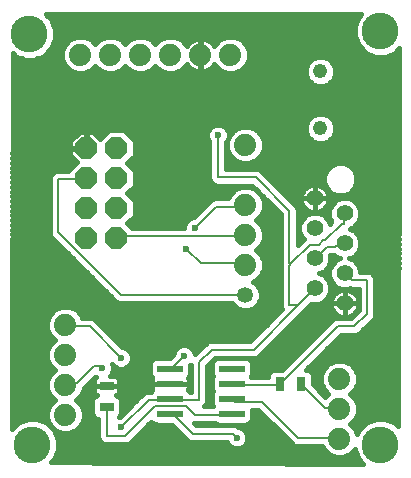
<source format=gbl>
G75*
%MOIN*%
%OFA0B0*%
%FSLAX24Y24*%
%IPPOS*%
%LPD*%
%AMOC8*
5,1,8,0,0,1.08239X$1,22.5*
%
%ADD10R,0.0870X0.0240*%
%ADD11C,0.0480*%
%ADD12R,0.0472X0.0315*%
%ADD13R,0.0315X0.0472*%
%ADD14C,0.0740*%
%ADD15C,0.0531*%
%ADD16OC8,0.0740*%
%ADD17C,0.0560*%
%ADD18C,0.0079*%
%ADD19C,0.0236*%
%ADD20C,0.0160*%
%ADD21C,0.1227*%
D10*
X009680Y006865D03*
X009680Y007365D03*
X009680Y007865D03*
X009680Y008365D03*
X011740Y008365D03*
X011740Y007865D03*
X011740Y007365D03*
X011740Y006865D03*
D11*
X014690Y016375D03*
X014690Y018275D03*
D12*
X007560Y007799D03*
X007560Y007091D03*
D13*
X013325Y007855D03*
X014034Y007855D03*
D14*
X015320Y008025D03*
X015320Y007025D03*
X015320Y006025D03*
X012190Y011825D03*
X012190Y012825D03*
X012190Y013825D03*
X012190Y015825D03*
X011690Y018825D03*
X010690Y018825D03*
X009690Y018825D03*
X008690Y018825D03*
X007690Y018825D03*
X006690Y018825D03*
X006190Y009825D03*
X006190Y008825D03*
X006190Y007825D03*
X006190Y006825D03*
D15*
X012190Y010825D03*
D16*
X007890Y012715D03*
X007890Y013715D03*
X007890Y014715D03*
X007890Y015715D03*
X006890Y015715D03*
X006890Y014715D03*
X006890Y013715D03*
X006890Y012715D03*
D17*
X014500Y013045D03*
X014500Y014045D03*
X015500Y013545D03*
X015500Y012545D03*
X015500Y011545D03*
X015500Y010545D03*
X014500Y011045D03*
X014500Y012045D03*
D18*
X014560Y012085D01*
X014910Y012435D01*
X015190Y012435D01*
X015260Y012505D01*
X015470Y012505D01*
X015500Y012545D01*
X015470Y013205D02*
X015400Y013205D01*
X014840Y012645D01*
X014770Y012645D01*
X014630Y012505D01*
X014350Y012505D01*
X013720Y011875D01*
X013650Y011875D01*
X013650Y013625D01*
X012530Y014745D01*
X011270Y014745D01*
X011270Y016145D01*
X011200Y013765D02*
X012180Y013765D01*
X012190Y013825D01*
X012190Y012825D02*
X012180Y012785D01*
X007980Y012785D01*
X007910Y012715D01*
X007890Y012715D01*
X008050Y010825D02*
X005950Y012925D01*
X005950Y014675D01*
X006860Y014675D01*
X006890Y014715D01*
X008050Y010825D02*
X012190Y010825D01*
X012190Y011825D02*
X012180Y011875D01*
X010710Y011875D01*
X010220Y012365D01*
X010500Y013065D02*
X011200Y013765D01*
X013650Y011805D02*
X013650Y010475D01*
X013930Y010475D01*
X014500Y011045D01*
X013930Y010475D02*
X012460Y009005D01*
X011060Y009005D01*
X010640Y008585D01*
X010640Y007325D01*
X009730Y007325D01*
X009680Y007365D01*
X009660Y007325D01*
X008960Y007325D01*
X008050Y006415D01*
X008190Y006135D02*
X009170Y007115D01*
X010220Y007115D01*
X010500Y006835D01*
X011690Y006835D01*
X011740Y006865D01*
X011830Y007255D02*
X011760Y007325D01*
X011740Y007365D01*
X011830Y007255D02*
X012740Y007255D01*
X013930Y006065D01*
X015260Y006065D01*
X015320Y006025D01*
X015320Y007025D02*
X015260Y007045D01*
X014840Y007045D01*
X014070Y007815D01*
X014034Y007855D01*
X013370Y007885D02*
X013325Y007855D01*
X013300Y007815D01*
X011760Y007815D01*
X011740Y007865D01*
X011760Y006205D02*
X010430Y006205D01*
X009800Y006835D01*
X009730Y006835D01*
X009680Y006865D01*
X009680Y008365D02*
X009730Y008375D01*
X010150Y008795D01*
X008050Y008725D02*
X007000Y009775D01*
X006230Y009775D01*
X006190Y009825D01*
X007140Y008445D02*
X006580Y007885D01*
X006230Y007885D01*
X006190Y007825D01*
X007140Y008445D02*
X007350Y008445D01*
X007420Y008375D01*
X007560Y007091D02*
X007560Y006135D01*
X008190Y006135D01*
X011760Y006205D02*
X011900Y006065D01*
X013370Y007885D02*
X015260Y009775D01*
X015820Y009775D01*
X016240Y010195D01*
X016240Y011315D01*
X015750Y011315D01*
X015540Y011525D01*
X015500Y011545D01*
X015470Y013205D02*
X015470Y013485D01*
X015500Y013545D01*
X013720Y011875D02*
X013650Y011805D01*
D19*
X010500Y013065D03*
X010220Y012365D03*
X010150Y008795D03*
X008050Y008725D03*
X007420Y008375D03*
X008050Y006415D03*
X011900Y006065D03*
X011270Y016145D03*
D20*
X011604Y016017D02*
X011609Y016017D01*
X011628Y016074D02*
X011573Y015942D01*
X011549Y015918D01*
X011549Y015024D01*
X012585Y015024D01*
X012688Y014982D01*
X013808Y013862D01*
X013808Y013862D01*
X013886Y013783D01*
X013929Y013681D01*
X013929Y012479D01*
X014129Y012680D01*
X014059Y012750D01*
X013980Y012942D01*
X013980Y013148D01*
X014059Y013340D01*
X014205Y013486D01*
X014396Y013565D01*
X014603Y013565D01*
X014794Y013486D01*
X014940Y013340D01*
X014999Y013199D01*
X015056Y013257D01*
X014980Y013442D01*
X014980Y013648D01*
X015059Y013840D01*
X015205Y013986D01*
X015396Y014065D01*
X015603Y014065D01*
X015794Y013986D01*
X015940Y013840D01*
X016019Y013648D01*
X016019Y013442D01*
X015940Y013250D01*
X015794Y013104D01*
X015717Y013072D01*
X015706Y013047D01*
X015689Y013029D01*
X015794Y012986D01*
X015940Y012840D01*
X016019Y012648D01*
X016019Y012442D01*
X015940Y012250D01*
X015794Y012104D01*
X015651Y012045D01*
X015794Y011986D01*
X015940Y011840D01*
X016019Y011648D01*
X016019Y011594D01*
X016295Y011594D01*
X016398Y011552D01*
X016476Y011473D01*
X016519Y011371D01*
X016519Y010139D01*
X016476Y010037D01*
X016398Y009958D01*
X015978Y009538D01*
X015875Y009496D01*
X015375Y009496D01*
X014211Y008331D01*
X014239Y008331D01*
X014327Y008295D01*
X014395Y008227D01*
X014431Y008139D01*
X014431Y007848D01*
X014856Y007424D01*
X014957Y007525D01*
X014802Y007679D01*
X014710Y007904D01*
X014710Y008146D01*
X014802Y008371D01*
X014974Y008542D01*
X015198Y008635D01*
X015441Y008635D01*
X015665Y008542D01*
X015837Y008371D01*
X015929Y008146D01*
X015929Y007904D01*
X015837Y007679D01*
X015682Y007525D01*
X015837Y007371D01*
X015929Y007146D01*
X015929Y006904D01*
X015837Y006679D01*
X015682Y006525D01*
X015837Y006371D01*
X015914Y006183D01*
X015966Y006308D01*
X016206Y006548D01*
X016520Y006678D01*
X016859Y006678D01*
X017173Y006548D01*
X017274Y006447D01*
X017315Y019044D01*
X017173Y018902D01*
X016859Y018772D01*
X016520Y018772D01*
X016206Y018902D01*
X015966Y019142D01*
X015836Y019455D01*
X015836Y019795D01*
X015966Y020108D01*
X016040Y020182D01*
X005533Y020189D01*
X005713Y020008D01*
X005843Y019695D01*
X005843Y019355D01*
X005713Y019042D01*
X005473Y018802D01*
X005159Y018672D01*
X004820Y018672D01*
X004506Y018802D01*
X004428Y018880D01*
X004415Y006357D01*
X004606Y006548D01*
X004920Y006678D01*
X005259Y006678D01*
X005573Y006548D01*
X005813Y006308D01*
X005943Y005995D01*
X005943Y005655D01*
X005813Y005342D01*
X005718Y005247D01*
X016124Y005183D01*
X015966Y005342D01*
X015836Y005655D01*
X015836Y005679D01*
X015665Y005508D01*
X015441Y005415D01*
X015198Y005415D01*
X014974Y005508D01*
X014802Y005679D01*
X014758Y005786D01*
X013874Y005786D01*
X013771Y005828D01*
X013693Y005907D01*
X012624Y006976D01*
X012414Y006976D01*
X012414Y006697D01*
X012378Y006609D01*
X012310Y006542D01*
X012222Y006505D01*
X011257Y006505D01*
X011169Y006542D01*
X011154Y006556D01*
X010474Y006556D01*
X010545Y006484D01*
X011815Y006484D01*
X011918Y006442D01*
X011936Y006423D01*
X011971Y006423D01*
X012102Y006369D01*
X012203Y006268D01*
X012258Y006136D01*
X012258Y005994D01*
X012203Y005862D01*
X012102Y005761D01*
X011971Y005707D01*
X011828Y005707D01*
X011697Y005761D01*
X011596Y005862D01*
X011570Y005926D01*
X010374Y005926D01*
X010271Y005968D01*
X009734Y006505D01*
X009197Y006505D01*
X009109Y006542D01*
X009050Y006600D01*
X008348Y005898D01*
X008245Y005856D01*
X007504Y005856D01*
X007401Y005898D01*
X007323Y005977D01*
X007280Y006079D01*
X007280Y006693D01*
X007276Y006693D01*
X007187Y006730D01*
X007120Y006797D01*
X007083Y006885D01*
X007083Y007296D01*
X007120Y007384D01*
X007187Y007452D01*
X007249Y007477D01*
X007213Y007498D01*
X007179Y007531D01*
X007156Y007572D01*
X007143Y007618D01*
X007143Y007799D01*
X007559Y007799D01*
X007559Y007799D01*
X007143Y007799D01*
X007143Y007981D01*
X007156Y008026D01*
X007179Y008067D01*
X007200Y008088D01*
X007189Y008099D01*
X006816Y007727D01*
X006799Y007710D01*
X006799Y007704D01*
X006707Y007479D01*
X006552Y007325D01*
X006707Y007171D01*
X006799Y006946D01*
X006799Y006704D01*
X006707Y006479D01*
X006535Y006308D01*
X006311Y006215D01*
X006068Y006215D01*
X005844Y006308D01*
X005672Y006479D01*
X005580Y006704D01*
X005580Y006946D01*
X005672Y007171D01*
X005827Y007325D01*
X005672Y007479D01*
X005580Y007704D01*
X005580Y007946D01*
X005672Y008171D01*
X005827Y008325D01*
X005672Y008479D01*
X005580Y008704D01*
X005580Y008946D01*
X005672Y009171D01*
X005827Y009325D01*
X005672Y009479D01*
X005580Y009704D01*
X005580Y009946D01*
X005672Y010171D01*
X005844Y010342D01*
X006068Y010435D01*
X006311Y010435D01*
X006535Y010342D01*
X006707Y010171D01*
X006755Y010054D01*
X007055Y010054D01*
X007158Y010012D01*
X007236Y009933D01*
X008086Y009083D01*
X008121Y009083D01*
X008252Y009029D01*
X008353Y008928D01*
X008408Y008796D01*
X008408Y008654D01*
X008353Y008522D01*
X008252Y008421D01*
X008121Y008367D01*
X007978Y008367D01*
X007847Y008421D01*
X007746Y008522D01*
X007778Y008446D01*
X007778Y008304D01*
X007723Y008172D01*
X007688Y008137D01*
X007819Y008137D01*
X007865Y008125D01*
X007906Y008101D01*
X007940Y008067D01*
X007963Y008026D01*
X007976Y007981D01*
X007976Y007799D01*
X007560Y007799D01*
X007560Y007799D01*
X007976Y007799D01*
X007976Y007618D01*
X007963Y007572D01*
X007940Y007531D01*
X007906Y007498D01*
X007870Y007477D01*
X007932Y007452D01*
X007999Y007384D01*
X008036Y007296D01*
X008036Y006885D01*
X007999Y006797D01*
X007973Y006771D01*
X007978Y006773D01*
X008013Y006773D01*
X008723Y007483D01*
X008801Y007562D01*
X008904Y007604D01*
X009034Y007604D01*
X009041Y007621D01*
X009084Y007664D01*
X009077Y007676D01*
X009065Y007721D01*
X009065Y007865D01*
X009679Y007865D01*
X009679Y007865D01*
X009064Y007865D01*
X009065Y008009D01*
X009077Y008054D01*
X009084Y008066D01*
X009041Y008109D01*
X009005Y008197D01*
X009005Y008533D01*
X009041Y008621D01*
X009109Y008688D01*
X009197Y008725D01*
X009684Y008725D01*
X009791Y008832D01*
X009791Y008866D01*
X009846Y008998D01*
X009947Y009099D01*
X010078Y009153D01*
X010221Y009153D01*
X010352Y009099D01*
X010453Y008998D01*
X010508Y008866D01*
X010508Y008848D01*
X010901Y009242D01*
X011004Y009284D01*
X012344Y009284D01*
X013402Y010343D01*
X013370Y010419D01*
X013370Y013509D01*
X012414Y014466D01*
X011214Y014466D01*
X011111Y014508D01*
X011033Y014587D01*
X010990Y014689D01*
X010990Y015918D01*
X010966Y015942D01*
X010911Y016074D01*
X010911Y016216D01*
X010966Y016348D01*
X011067Y016449D01*
X011198Y016503D01*
X011341Y016503D01*
X011472Y016449D01*
X011573Y016348D01*
X011628Y016216D01*
X011628Y016074D01*
X011628Y016175D02*
X011677Y016175D01*
X011672Y016171D02*
X011580Y015946D01*
X011580Y015704D01*
X011672Y015479D01*
X011844Y015308D01*
X012068Y015215D01*
X012311Y015215D01*
X012535Y015308D01*
X012707Y015479D01*
X012799Y015704D01*
X012799Y015946D01*
X012707Y016171D01*
X012535Y016342D01*
X012311Y016435D01*
X012068Y016435D01*
X011844Y016342D01*
X011672Y016171D01*
X011579Y016334D02*
X011835Y016334D01*
X011580Y015858D02*
X011549Y015858D01*
X011549Y015700D02*
X011581Y015700D01*
X011549Y015541D02*
X011647Y015541D01*
X011549Y015383D02*
X011769Y015383D01*
X011549Y015224D02*
X012046Y015224D01*
X012333Y015224D02*
X017303Y015224D01*
X017302Y015066D02*
X015730Y015066D01*
X015659Y015137D02*
X015810Y014986D01*
X015891Y014789D01*
X015891Y014576D01*
X015810Y014380D01*
X015659Y014229D01*
X015462Y014148D01*
X015249Y014148D01*
X015053Y014229D01*
X014902Y014380D01*
X014821Y014576D01*
X014821Y014789D01*
X014902Y014986D01*
X015053Y015137D01*
X015249Y015218D01*
X015462Y015218D01*
X015659Y015137D01*
X015842Y014907D02*
X017302Y014907D01*
X017301Y014749D02*
X015891Y014749D01*
X015891Y014590D02*
X017301Y014590D01*
X017300Y014432D02*
X015831Y014432D01*
X015703Y014273D02*
X017300Y014273D01*
X017299Y014115D02*
X014954Y014115D01*
X014959Y014081D02*
X014948Y014153D01*
X014926Y014222D01*
X014893Y014286D01*
X014850Y014345D01*
X014799Y014396D01*
X014741Y014438D01*
X014676Y014471D01*
X014607Y014494D01*
X014536Y014505D01*
X014500Y014505D01*
X014500Y014045D01*
X014959Y014045D01*
X014959Y014081D01*
X014959Y014045D02*
X014500Y014045D01*
X014500Y014045D01*
X014499Y014045D01*
X014040Y014045D01*
X014040Y014009D01*
X014051Y013937D01*
X014073Y013868D01*
X014106Y013804D01*
X014149Y013745D01*
X014200Y013694D01*
X014258Y013652D01*
X014323Y013619D01*
X014392Y013596D01*
X014463Y013585D01*
X014499Y013585D01*
X014499Y014045D01*
X014499Y014045D01*
X014040Y014045D01*
X014040Y014081D01*
X014051Y014153D01*
X014073Y014222D01*
X014106Y014286D01*
X014149Y014345D01*
X014200Y014396D01*
X014258Y014438D01*
X014323Y014471D01*
X014392Y014494D01*
X014463Y014505D01*
X014499Y014505D01*
X014499Y014045D01*
X014500Y014045D01*
X014500Y013585D01*
X014536Y013585D01*
X014607Y013596D01*
X014676Y013619D01*
X014741Y013652D01*
X014799Y013694D01*
X014850Y013745D01*
X014893Y013804D01*
X014926Y013868D01*
X014948Y013937D01*
X014959Y014009D01*
X014959Y014045D01*
X014951Y013956D02*
X015175Y013956D01*
X015041Y013798D02*
X014888Y013798D01*
X014980Y013639D02*
X014716Y013639D01*
X014799Y013481D02*
X014980Y013481D01*
X014948Y013322D02*
X015029Y013322D01*
X014500Y013639D02*
X014499Y013639D01*
X014499Y013798D02*
X014500Y013798D01*
X014499Y013956D02*
X014500Y013956D01*
X014499Y014115D02*
X014500Y014115D01*
X014499Y014273D02*
X014500Y014273D01*
X014499Y014432D02*
X014500Y014432D01*
X014750Y014432D02*
X014881Y014432D01*
X014900Y014273D02*
X015009Y014273D01*
X014821Y014590D02*
X013080Y014590D01*
X013238Y014432D02*
X014249Y014432D01*
X014099Y014273D02*
X013397Y014273D01*
X013555Y014115D02*
X014045Y014115D01*
X014048Y013956D02*
X013714Y013956D01*
X013872Y013798D02*
X014111Y013798D01*
X014283Y013639D02*
X013929Y013639D01*
X013929Y013481D02*
X014200Y013481D01*
X014051Y013322D02*
X013929Y013322D01*
X013929Y013164D02*
X013986Y013164D01*
X013980Y013005D02*
X013929Y013005D01*
X013929Y012847D02*
X014019Y012847D01*
X013929Y012688D02*
X014121Y012688D01*
X013979Y012530D02*
X013929Y012530D01*
X013370Y012530D02*
X012727Y012530D01*
X012707Y012479D02*
X012799Y012704D01*
X012799Y012946D01*
X012707Y013171D01*
X012552Y013325D01*
X012707Y013479D01*
X012799Y013704D01*
X012799Y013946D01*
X012707Y014171D01*
X012535Y014342D01*
X012311Y014435D01*
X012068Y014435D01*
X011844Y014342D01*
X011672Y014171D01*
X011620Y014044D01*
X011144Y014044D01*
X011041Y014002D01*
X010963Y013923D01*
X010463Y013423D01*
X010428Y013423D01*
X010297Y013369D01*
X010196Y013268D01*
X010141Y013136D01*
X010141Y013064D01*
X008403Y013064D01*
X008252Y013215D01*
X008499Y013462D01*
X008499Y013968D01*
X008252Y014215D01*
X008499Y014462D01*
X008499Y014968D01*
X008252Y015215D01*
X008499Y015462D01*
X008499Y015968D01*
X008142Y016325D01*
X007637Y016325D01*
X007347Y016035D01*
X007117Y016265D01*
X006910Y016265D01*
X006910Y015735D01*
X006869Y015735D01*
X006869Y015695D01*
X006340Y015695D01*
X006340Y015487D01*
X006569Y015257D01*
X006280Y014968D01*
X006280Y014954D01*
X005894Y014954D01*
X005791Y014912D01*
X005713Y014833D01*
X005670Y014731D01*
X005670Y012869D01*
X005713Y012767D01*
X005791Y012688D01*
X007891Y010588D01*
X007994Y010546D01*
X011758Y010546D01*
X011761Y010539D01*
X011903Y010396D01*
X012089Y010319D01*
X012290Y010319D01*
X012476Y010396D01*
X012618Y010539D01*
X012695Y010724D01*
X012695Y010926D01*
X012618Y011111D01*
X012476Y011254D01*
X012440Y011269D01*
X012535Y011308D01*
X012707Y011479D01*
X012799Y011704D01*
X012799Y011946D01*
X012707Y012171D01*
X012552Y012325D01*
X012707Y012479D01*
X012598Y012371D02*
X013370Y012371D01*
X013370Y012213D02*
X012665Y012213D01*
X012755Y012054D02*
X013370Y012054D01*
X013370Y011896D02*
X012799Y011896D01*
X012799Y011737D02*
X013370Y011737D01*
X013370Y011579D02*
X012748Y011579D01*
X012647Y011420D02*
X013370Y011420D01*
X013370Y011262D02*
X012457Y011262D01*
X012622Y011103D02*
X013370Y011103D01*
X013370Y010945D02*
X012687Y010945D01*
X012695Y010786D02*
X013370Y010786D01*
X013370Y010628D02*
X012655Y010628D01*
X012549Y010469D02*
X013370Y010469D01*
X013370Y010311D02*
X006567Y010311D01*
X006714Y010152D02*
X013211Y010152D01*
X013053Y009994D02*
X007176Y009994D01*
X007335Y009835D02*
X012894Y009835D01*
X012736Y009677D02*
X007493Y009677D01*
X007652Y009518D02*
X012577Y009518D01*
X012419Y009360D02*
X007810Y009360D01*
X007969Y009201D02*
X010860Y009201D01*
X010702Y009043D02*
X010408Y009043D01*
X010500Y008884D02*
X010543Y008884D01*
X010360Y008499D02*
X010360Y007604D01*
X010325Y007604D01*
X010318Y007621D01*
X010275Y007664D01*
X010282Y007676D01*
X010294Y007721D01*
X010294Y007865D01*
X010294Y008009D01*
X010282Y008054D01*
X010275Y008066D01*
X010318Y008109D01*
X010354Y008197D01*
X010354Y008494D01*
X010360Y008499D01*
X010354Y008409D02*
X010360Y008409D01*
X010354Y008250D02*
X010360Y008250D01*
X010360Y008092D02*
X010300Y008092D01*
X010294Y007933D02*
X010360Y007933D01*
X010294Y007865D02*
X009680Y007865D01*
X009680Y007865D01*
X010294Y007865D01*
X010294Y007775D02*
X010360Y007775D01*
X010360Y007616D02*
X010320Y007616D01*
X010919Y007269D02*
X010876Y007167D01*
X010824Y007114D01*
X011098Y007114D01*
X011099Y007115D01*
X011065Y007197D01*
X011065Y007533D01*
X011099Y007615D01*
X011065Y007697D01*
X011065Y008033D01*
X011099Y008115D01*
X011065Y008197D01*
X011065Y008533D01*
X011101Y008621D01*
X011169Y008688D01*
X011257Y008725D01*
X012222Y008725D01*
X012310Y008688D01*
X012378Y008621D01*
X012414Y008533D01*
X012414Y008197D01*
X012380Y008115D01*
X012389Y008094D01*
X012928Y008094D01*
X012928Y008139D01*
X012964Y008227D01*
X013032Y008295D01*
X013120Y008331D01*
X013421Y008331D01*
X015023Y009933D01*
X015023Y009933D01*
X015101Y010012D01*
X015204Y010054D01*
X015704Y010054D01*
X015960Y010311D01*
X015960Y011036D01*
X015694Y011036D01*
X015661Y011049D01*
X015603Y011025D01*
X015396Y011025D01*
X015205Y011104D01*
X015059Y011250D01*
X014980Y011442D01*
X014980Y011648D01*
X015059Y011840D01*
X015205Y011986D01*
X015348Y012045D01*
X015205Y012104D01*
X015153Y012156D01*
X015025Y012156D01*
X015019Y012149D01*
X015019Y012148D01*
X015019Y011942D01*
X014940Y011750D01*
X014794Y011604D01*
X014651Y011545D01*
X014794Y011486D01*
X014940Y011340D01*
X015019Y011148D01*
X015019Y010942D01*
X014940Y010750D01*
X014794Y010604D01*
X014603Y010525D01*
X014396Y010525D01*
X014381Y010531D01*
X014166Y010317D01*
X014166Y010317D01*
X014088Y010238D01*
X014088Y010238D01*
X012696Y008847D01*
X012618Y008768D01*
X012515Y008726D01*
X011175Y008726D01*
X010919Y008469D01*
X010919Y007269D01*
X010919Y007299D02*
X011065Y007299D01*
X011065Y007458D02*
X010919Y007458D01*
X010919Y007616D02*
X011098Y007616D01*
X011065Y007775D02*
X010919Y007775D01*
X010919Y007933D02*
X011065Y007933D01*
X011089Y008092D02*
X010919Y008092D01*
X010919Y008250D02*
X011065Y008250D01*
X011065Y008409D02*
X010919Y008409D01*
X011017Y008567D02*
X011079Y008567D01*
X011175Y008726D02*
X013815Y008726D01*
X013973Y008884D02*
X012734Y008884D01*
X012892Y009043D02*
X014132Y009043D01*
X014290Y009201D02*
X013051Y009201D01*
X013209Y009360D02*
X014449Y009360D01*
X014607Y009518D02*
X013368Y009518D01*
X013526Y009677D02*
X014766Y009677D01*
X014924Y009835D02*
X013685Y009835D01*
X013843Y009994D02*
X015083Y009994D01*
X015200Y010194D02*
X015149Y010245D01*
X015106Y010304D01*
X015073Y010368D01*
X015051Y010437D01*
X015040Y010509D01*
X015040Y010545D01*
X015499Y010545D01*
X015499Y010545D01*
X015040Y010545D01*
X015040Y010581D01*
X015051Y010653D01*
X015073Y010722D01*
X015106Y010786D01*
X014955Y010786D01*
X015106Y010786D02*
X015149Y010845D01*
X015200Y010896D01*
X015258Y010938D01*
X015323Y010971D01*
X015392Y010994D01*
X015463Y011005D01*
X015499Y011005D01*
X015499Y010545D01*
X015500Y010545D01*
X015959Y010545D01*
X015959Y010581D01*
X015948Y010653D01*
X015926Y010722D01*
X015893Y010786D01*
X015960Y010786D01*
X015893Y010786D02*
X015850Y010845D01*
X015799Y010896D01*
X015741Y010938D01*
X015676Y010971D01*
X015607Y010994D01*
X015536Y011005D01*
X015500Y011005D01*
X015500Y010545D01*
X015500Y010545D01*
X015959Y010545D01*
X015959Y010509D01*
X015948Y010437D01*
X015926Y010368D01*
X015893Y010304D01*
X015850Y010245D01*
X015799Y010194D01*
X015741Y010152D01*
X015801Y010152D01*
X015741Y010152D02*
X015676Y010119D01*
X015607Y010096D01*
X015536Y010085D01*
X015500Y010085D01*
X015500Y010545D01*
X015499Y010545D01*
X015499Y010085D01*
X015463Y010085D01*
X015392Y010096D01*
X015323Y010119D01*
X015258Y010152D01*
X014002Y010152D01*
X014160Y010311D02*
X015103Y010311D01*
X015200Y010194D02*
X015258Y010152D01*
X015499Y010152D02*
X015500Y010152D01*
X015499Y010311D02*
X015500Y010311D01*
X015499Y010469D02*
X015500Y010469D01*
X015499Y010628D02*
X015500Y010628D01*
X015499Y010786D02*
X015500Y010786D01*
X015499Y010945D02*
X015500Y010945D01*
X015270Y010945D02*
X015019Y010945D01*
X015019Y011103D02*
X015208Y011103D01*
X015054Y011262D02*
X014973Y011262D01*
X014988Y011420D02*
X014860Y011420D01*
X014980Y011579D02*
X014732Y011579D01*
X014927Y011737D02*
X015016Y011737D01*
X015000Y011896D02*
X015115Y011896D01*
X015019Y012054D02*
X015326Y012054D01*
X015673Y012054D02*
X017293Y012054D01*
X017292Y011896D02*
X015884Y011896D01*
X015983Y011737D02*
X017292Y011737D01*
X017291Y011579D02*
X016333Y011579D01*
X016498Y011420D02*
X017291Y011420D01*
X017290Y011262D02*
X016519Y011262D01*
X016519Y011103D02*
X017289Y011103D01*
X017289Y010945D02*
X016519Y010945D01*
X016519Y010786D02*
X017288Y010786D01*
X017288Y010628D02*
X016519Y010628D01*
X016519Y010469D02*
X017287Y010469D01*
X017287Y010311D02*
X016519Y010311D01*
X016519Y010152D02*
X017286Y010152D01*
X017286Y009994D02*
X016433Y009994D01*
X016275Y009835D02*
X017285Y009835D01*
X017285Y009677D02*
X016116Y009677D01*
X015929Y009518D02*
X017284Y009518D01*
X017284Y009360D02*
X015239Y009360D01*
X015081Y009201D02*
X017283Y009201D01*
X017283Y009043D02*
X014922Y009043D01*
X014764Y008884D02*
X017282Y008884D01*
X017282Y008726D02*
X014605Y008726D01*
X014447Y008567D02*
X015034Y008567D01*
X014840Y008409D02*
X014288Y008409D01*
X014372Y008250D02*
X014752Y008250D01*
X014710Y008092D02*
X014431Y008092D01*
X014431Y007933D02*
X014710Y007933D01*
X014763Y007775D02*
X014505Y007775D01*
X014664Y007616D02*
X014866Y007616D01*
X014889Y007458D02*
X014822Y007458D01*
X015701Y006507D02*
X016164Y006507D01*
X016006Y006348D02*
X015846Y006348D01*
X015912Y006190D02*
X015917Y006190D01*
X015822Y006665D02*
X016487Y006665D01*
X016892Y006665D02*
X017275Y006665D01*
X017275Y006507D02*
X017215Y006507D01*
X017276Y006824D02*
X015896Y006824D01*
X015929Y006982D02*
X017276Y006982D01*
X017277Y007141D02*
X015929Y007141D01*
X015866Y007299D02*
X017277Y007299D01*
X017278Y007458D02*
X015750Y007458D01*
X015773Y007616D02*
X017278Y007616D01*
X017279Y007775D02*
X015876Y007775D01*
X015929Y007933D02*
X017279Y007933D01*
X017280Y008092D02*
X015929Y008092D01*
X015887Y008250D02*
X017280Y008250D01*
X017281Y008409D02*
X015799Y008409D01*
X015605Y008567D02*
X017281Y008567D01*
X015960Y010311D02*
X015896Y010311D01*
X015953Y010469D02*
X015960Y010469D01*
X015952Y010628D02*
X015960Y010628D01*
X015960Y010945D02*
X015729Y010945D01*
X015047Y010628D02*
X014817Y010628D01*
X015046Y010469D02*
X014319Y010469D01*
X013656Y008567D02*
X012400Y008567D01*
X012414Y008409D02*
X013498Y008409D01*
X012987Y008250D02*
X012414Y008250D01*
X012414Y006824D02*
X012776Y006824D01*
X012934Y006665D02*
X012401Y006665D01*
X012226Y006507D02*
X013093Y006507D01*
X013251Y006348D02*
X012123Y006348D01*
X012236Y006190D02*
X013410Y006190D01*
X013568Y006031D02*
X012258Y006031D01*
X012207Y005873D02*
X013727Y005873D01*
X014788Y005714D02*
X011988Y005714D01*
X011811Y005714D02*
X005943Y005714D01*
X005943Y005873D02*
X007463Y005873D01*
X007300Y006031D02*
X005928Y006031D01*
X005862Y006190D02*
X007280Y006190D01*
X007280Y006348D02*
X006575Y006348D01*
X006718Y006507D02*
X007280Y006507D01*
X007280Y006665D02*
X006783Y006665D01*
X006799Y006824D02*
X007109Y006824D01*
X007083Y006982D02*
X006785Y006982D01*
X006719Y007141D02*
X007083Y007141D01*
X007085Y007299D02*
X006578Y007299D01*
X006685Y007458D02*
X007202Y007458D01*
X007144Y007616D02*
X006763Y007616D01*
X006864Y007775D02*
X007143Y007775D01*
X007143Y007933D02*
X007023Y007933D01*
X007181Y008092D02*
X007197Y008092D01*
X007755Y008250D02*
X009005Y008250D01*
X009005Y008409D02*
X008221Y008409D01*
X008372Y008567D02*
X009019Y008567D01*
X009059Y008092D02*
X007916Y008092D01*
X007976Y007933D02*
X009065Y007933D01*
X009065Y007775D02*
X007976Y007775D01*
X007975Y007616D02*
X009039Y007616D01*
X008697Y007458D02*
X007917Y007458D01*
X008034Y007299D02*
X008538Y007299D01*
X008380Y007141D02*
X008036Y007141D01*
X008036Y006982D02*
X008221Y006982D01*
X008063Y006824D02*
X008010Y006824D01*
X008639Y006190D02*
X010050Y006190D01*
X009891Y006348D02*
X008798Y006348D01*
X008956Y006507D02*
X009193Y006507D01*
X008481Y006031D02*
X010208Y006031D01*
X010523Y006507D02*
X011253Y006507D01*
X011088Y007141D02*
X010850Y007141D01*
X011592Y005873D02*
X008286Y005873D01*
X007106Y005239D02*
X016069Y005239D01*
X015943Y005397D02*
X005836Y005397D01*
X005902Y005556D02*
X014926Y005556D01*
X015713Y005556D02*
X015877Y005556D01*
X011830Y010469D02*
X004419Y010469D01*
X004419Y010311D02*
X005812Y010311D01*
X005665Y010152D02*
X004419Y010152D01*
X004419Y009994D02*
X005599Y009994D01*
X005580Y009835D02*
X004419Y009835D01*
X004418Y009677D02*
X005591Y009677D01*
X005656Y009518D02*
X004418Y009518D01*
X004418Y009360D02*
X005792Y009360D01*
X005703Y009201D02*
X004418Y009201D01*
X004418Y009043D02*
X005619Y009043D01*
X005580Y008884D02*
X004418Y008884D01*
X004418Y008726D02*
X005580Y008726D01*
X005636Y008567D02*
X004417Y008567D01*
X004417Y008409D02*
X005743Y008409D01*
X005752Y008250D02*
X004417Y008250D01*
X004417Y008092D02*
X005640Y008092D01*
X005580Y007933D02*
X004417Y007933D01*
X004417Y007775D02*
X005580Y007775D01*
X005616Y007616D02*
X004416Y007616D01*
X004416Y007458D02*
X005694Y007458D01*
X005801Y007299D02*
X004416Y007299D01*
X004416Y007141D02*
X005660Y007141D01*
X005594Y006982D02*
X004416Y006982D01*
X004416Y006824D02*
X005580Y006824D01*
X005596Y006665D02*
X005292Y006665D01*
X005615Y006507D02*
X005661Y006507D01*
X005773Y006348D02*
X005804Y006348D01*
X004887Y006665D02*
X004415Y006665D01*
X004415Y006507D02*
X004564Y006507D01*
X007778Y008409D02*
X007878Y008409D01*
X008371Y008884D02*
X009799Y008884D01*
X009891Y009043D02*
X008219Y009043D01*
X008408Y008726D02*
X009685Y008726D01*
X007852Y010628D02*
X004419Y010628D01*
X004420Y010786D02*
X007693Y010786D01*
X007535Y010945D02*
X004420Y010945D01*
X004420Y011103D02*
X007376Y011103D01*
X007218Y011262D02*
X004420Y011262D01*
X004420Y011420D02*
X007059Y011420D01*
X006901Y011579D02*
X004420Y011579D01*
X004421Y011737D02*
X006742Y011737D01*
X006584Y011896D02*
X004421Y011896D01*
X004421Y012054D02*
X006425Y012054D01*
X006267Y012213D02*
X004421Y012213D01*
X004421Y012371D02*
X006108Y012371D01*
X005950Y012530D02*
X004421Y012530D01*
X004422Y012688D02*
X005791Y012688D01*
X005680Y012847D02*
X004422Y012847D01*
X004422Y013005D02*
X005670Y013005D01*
X005670Y013164D02*
X004422Y013164D01*
X004422Y013322D02*
X005670Y013322D01*
X005670Y013481D02*
X004422Y013481D01*
X004423Y013639D02*
X005670Y013639D01*
X005670Y013798D02*
X004423Y013798D01*
X004423Y013956D02*
X005670Y013956D01*
X005670Y014115D02*
X004423Y014115D01*
X004423Y014273D02*
X005670Y014273D01*
X005670Y014432D02*
X004423Y014432D01*
X004424Y014590D02*
X005670Y014590D01*
X005678Y014749D02*
X004424Y014749D01*
X004424Y014907D02*
X005786Y014907D01*
X006377Y015066D02*
X004424Y015066D01*
X004424Y015224D02*
X006536Y015224D01*
X006444Y015383D02*
X004424Y015383D01*
X004424Y015541D02*
X006340Y015541D01*
X006339Y015735D02*
X006869Y015735D01*
X006869Y016265D01*
X006662Y016265D01*
X006340Y015943D01*
X006339Y015735D01*
X006340Y015858D02*
X004425Y015858D01*
X004425Y015700D02*
X006869Y015700D01*
X006869Y015858D02*
X006910Y015858D01*
X006910Y016017D02*
X006869Y016017D01*
X006869Y016175D02*
X006910Y016175D01*
X007207Y016175D02*
X007487Y016175D01*
X008292Y016175D02*
X010911Y016175D01*
X010935Y016017D02*
X008451Y016017D01*
X008499Y015858D02*
X010990Y015858D01*
X010990Y015700D02*
X008499Y015700D01*
X008499Y015541D02*
X010990Y015541D01*
X010990Y015383D02*
X008420Y015383D01*
X008261Y015224D02*
X010990Y015224D01*
X010990Y015066D02*
X008402Y015066D01*
X008499Y014907D02*
X010990Y014907D01*
X010990Y014749D02*
X008499Y014749D01*
X008499Y014590D02*
X011031Y014590D01*
X010995Y013956D02*
X008499Y013956D01*
X008499Y013798D02*
X010837Y013798D01*
X010678Y013639D02*
X008499Y013639D01*
X008499Y013481D02*
X010520Y013481D01*
X010250Y013322D02*
X008359Y013322D01*
X008304Y013164D02*
X010153Y013164D01*
X011649Y014115D02*
X008353Y014115D01*
X008310Y014273D02*
X011775Y014273D01*
X012060Y014432D02*
X008469Y014432D01*
X006572Y016175D02*
X004425Y016175D01*
X004425Y016017D02*
X006413Y016017D01*
X006568Y018215D02*
X006811Y018215D01*
X007035Y018308D01*
X007190Y018462D01*
X007344Y018308D01*
X007568Y018215D01*
X007811Y018215D01*
X008035Y018308D01*
X008190Y018462D01*
X008344Y018308D01*
X008568Y018215D01*
X008811Y018215D01*
X009035Y018308D01*
X009190Y018462D01*
X009344Y018308D01*
X009568Y018215D01*
X009811Y018215D01*
X010035Y018308D01*
X010207Y018479D01*
X010226Y018527D01*
X010270Y018467D01*
X010331Y018405D01*
X010401Y018355D01*
X010478Y018315D01*
X010561Y018289D01*
X010646Y018275D01*
X010669Y018275D01*
X010669Y018805D01*
X010710Y018805D01*
X010710Y018275D01*
X010733Y018275D01*
X010818Y018289D01*
X010901Y018315D01*
X010978Y018355D01*
X011048Y018405D01*
X011109Y018467D01*
X011153Y018527D01*
X011172Y018479D01*
X011344Y018308D01*
X011568Y018215D01*
X011811Y018215D01*
X012035Y018308D01*
X012207Y018479D01*
X012299Y018704D01*
X012299Y018946D01*
X012207Y019171D01*
X012035Y019342D01*
X011811Y019435D01*
X011568Y019435D01*
X011344Y019342D01*
X011172Y019171D01*
X011153Y019123D01*
X011109Y019183D01*
X011048Y019245D01*
X010978Y019295D01*
X010901Y019335D01*
X010818Y019361D01*
X010733Y019375D01*
X010710Y019375D01*
X010710Y018845D01*
X010669Y018845D01*
X010669Y019375D01*
X010646Y019375D01*
X010561Y019361D01*
X010478Y019335D01*
X010401Y019295D01*
X010331Y019245D01*
X010270Y019183D01*
X010226Y019123D01*
X010207Y019171D01*
X010035Y019342D01*
X009811Y019435D01*
X009568Y019435D01*
X009344Y019342D01*
X009190Y019188D01*
X009035Y019342D01*
X008811Y019435D01*
X008568Y019435D01*
X008344Y019342D01*
X008190Y019188D01*
X008035Y019342D01*
X007811Y019435D01*
X007568Y019435D01*
X007344Y019342D01*
X007190Y019188D01*
X007035Y019342D01*
X006811Y019435D01*
X006568Y019435D01*
X006344Y019342D01*
X006172Y019171D01*
X006080Y018946D01*
X006080Y018704D01*
X006172Y018479D01*
X006344Y018308D01*
X006568Y018215D01*
X006519Y018236D02*
X004427Y018236D01*
X004427Y018394D02*
X006258Y018394D01*
X006142Y018553D02*
X004428Y018553D01*
X004428Y018711D02*
X004725Y018711D01*
X004438Y018870D02*
X004428Y018870D01*
X004427Y018077D02*
X014252Y018077D01*
X014283Y018003D02*
X014210Y018180D01*
X014210Y018370D01*
X014283Y018547D01*
X014418Y018682D01*
X014594Y018755D01*
X014785Y018755D01*
X014961Y018682D01*
X015096Y018547D01*
X015169Y018370D01*
X015169Y018180D01*
X015096Y018003D01*
X014961Y017868D01*
X014785Y017795D01*
X014594Y017795D01*
X014418Y017868D01*
X014283Y018003D01*
X014367Y017919D02*
X004427Y017919D01*
X004427Y017760D02*
X017311Y017760D01*
X017310Y017602D02*
X004427Y017602D01*
X004426Y017443D02*
X017310Y017443D01*
X017309Y017285D02*
X004426Y017285D01*
X004426Y017126D02*
X017309Y017126D01*
X017308Y016968D02*
X004426Y016968D01*
X004426Y016809D02*
X014483Y016809D01*
X014418Y016782D02*
X014594Y016855D01*
X014785Y016855D01*
X014961Y016782D01*
X015096Y016647D01*
X015169Y016470D01*
X015169Y016280D01*
X015096Y016103D01*
X014961Y015968D01*
X014785Y015895D01*
X014594Y015895D01*
X014418Y015968D01*
X014283Y016103D01*
X014210Y016280D01*
X014210Y016470D01*
X014283Y016647D01*
X014418Y016782D01*
X014286Y016651D02*
X004426Y016651D01*
X004425Y016492D02*
X011172Y016492D01*
X011367Y016492D02*
X014218Y016492D01*
X014210Y016334D02*
X012544Y016334D01*
X012702Y016175D02*
X014253Y016175D01*
X014369Y016017D02*
X012770Y016017D01*
X012799Y015858D02*
X017305Y015858D01*
X017304Y015700D02*
X012798Y015700D01*
X012732Y015541D02*
X017304Y015541D01*
X017303Y015383D02*
X012610Y015383D01*
X012763Y014907D02*
X014869Y014907D01*
X014821Y014749D02*
X012921Y014749D01*
X012448Y014432D02*
X012319Y014432D01*
X012604Y014273D02*
X012606Y014273D01*
X012730Y014115D02*
X012765Y014115D01*
X012795Y013956D02*
X012923Y013956D01*
X012799Y013798D02*
X013082Y013798D01*
X013240Y013639D02*
X012773Y013639D01*
X012707Y013481D02*
X013370Y013481D01*
X013370Y013322D02*
X012555Y013322D01*
X012710Y013164D02*
X013370Y013164D01*
X013370Y013005D02*
X012775Y013005D01*
X012799Y012847D02*
X013370Y012847D01*
X013370Y012688D02*
X012793Y012688D01*
X011549Y015066D02*
X014982Y015066D01*
X015010Y016017D02*
X017305Y016017D01*
X017306Y016175D02*
X015126Y016175D01*
X015169Y016334D02*
X017306Y016334D01*
X017307Y016492D02*
X015161Y016492D01*
X015093Y016651D02*
X017307Y016651D01*
X017308Y016809D02*
X014896Y016809D01*
X015012Y017919D02*
X017311Y017919D01*
X017312Y018077D02*
X015127Y018077D01*
X015169Y018236D02*
X017313Y018236D01*
X017313Y018394D02*
X015160Y018394D01*
X015091Y018553D02*
X017314Y018553D01*
X017314Y018711D02*
X014891Y018711D01*
X014488Y018711D02*
X012299Y018711D01*
X012299Y018870D02*
X016283Y018870D01*
X016080Y019028D02*
X012266Y019028D01*
X012191Y019187D02*
X015947Y019187D01*
X015882Y019345D02*
X012028Y019345D01*
X011351Y019345D02*
X010869Y019345D01*
X010710Y019345D02*
X010669Y019345D01*
X010669Y019187D02*
X010710Y019187D01*
X010710Y019028D02*
X010669Y019028D01*
X010669Y018870D02*
X010710Y018870D01*
X010710Y018711D02*
X010669Y018711D01*
X010669Y018553D02*
X010710Y018553D01*
X010710Y018394D02*
X010669Y018394D01*
X010347Y018394D02*
X010121Y018394D01*
X009860Y018236D02*
X011519Y018236D01*
X011258Y018394D02*
X011032Y018394D01*
X011106Y019187D02*
X011188Y019187D01*
X010510Y019345D02*
X010028Y019345D01*
X010191Y019187D02*
X010273Y019187D01*
X009351Y019345D02*
X009028Y019345D01*
X008351Y019345D02*
X008028Y019345D01*
X007351Y019345D02*
X007028Y019345D01*
X006351Y019345D02*
X005839Y019345D01*
X005843Y019504D02*
X015836Y019504D01*
X015836Y019662D02*
X005843Y019662D01*
X005791Y019821D02*
X015847Y019821D01*
X015912Y019979D02*
X005725Y019979D01*
X005584Y020138D02*
X015995Y020138D01*
X017096Y018870D02*
X017315Y018870D01*
X017299Y019028D02*
X017315Y019028D01*
X014288Y018553D02*
X012237Y018553D01*
X012121Y018394D02*
X014219Y018394D01*
X014210Y018236D02*
X011860Y018236D01*
X010960Y016334D02*
X004425Y016334D01*
X005254Y018711D02*
X006080Y018711D01*
X006080Y018870D02*
X005541Y018870D01*
X005699Y019028D02*
X006113Y019028D01*
X006188Y019187D02*
X005773Y019187D01*
X006860Y018236D02*
X007519Y018236D01*
X007860Y018236D02*
X008519Y018236D01*
X008258Y018394D02*
X008121Y018394D01*
X008860Y018236D02*
X009519Y018236D01*
X009258Y018394D02*
X009121Y018394D01*
X007258Y018394D02*
X007121Y018394D01*
X015824Y013956D02*
X017299Y013956D01*
X017298Y013798D02*
X015958Y013798D01*
X016019Y013639D02*
X017298Y013639D01*
X017297Y013481D02*
X016019Y013481D01*
X015970Y013322D02*
X017297Y013322D01*
X017296Y013164D02*
X015853Y013164D01*
X015748Y013005D02*
X017296Y013005D01*
X017295Y012847D02*
X015933Y012847D01*
X016003Y012688D02*
X017295Y012688D01*
X017294Y012530D02*
X016019Y012530D01*
X015990Y012371D02*
X017294Y012371D01*
X017293Y012213D02*
X015902Y012213D01*
D21*
X005090Y005825D03*
X016690Y005825D03*
X016690Y019625D03*
X004990Y019525D03*
M02*

</source>
